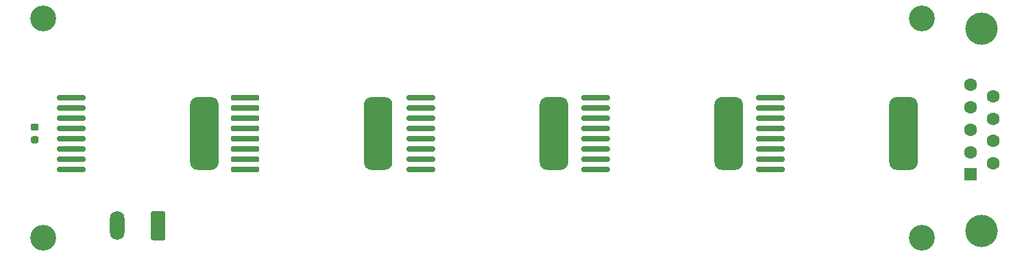
<source format=gbr>
%TF.GenerationSoftware,KiCad,Pcbnew,(5.1.12)-1*%
%TF.CreationDate,2021-12-02T22:11:06-06:00*%
%TF.ProjectId,CANA_BOARD,43414e41-5f42-44f4-9152-442e6b696361,rev?*%
%TF.SameCoordinates,Original*%
%TF.FileFunction,Soldermask,Top*%
%TF.FilePolarity,Negative*%
%FSLAX46Y46*%
G04 Gerber Fmt 4.6, Leading zero omitted, Abs format (unit mm)*
G04 Created by KiCad (PCBNEW (5.1.12)-1) date 2021-12-02 22:11:06*
%MOMM*%
%LPD*%
G01*
G04 APERTURE LIST*
%ADD10C,3.200000*%
%ADD11O,1.800000X3.600000*%
%ADD12C,4.000000*%
%ADD13C,1.600000*%
%ADD14R,1.600000X1.600000*%
G04 APERTURE END LIST*
D10*
%TO.C,H4*%
X217551000Y-98044000D03*
%TD*%
%TO.C,H3*%
X217551000Y-70866000D03*
%TD*%
%TO.C,H2*%
X108966000Y-98044000D03*
%TD*%
%TO.C,H1*%
X108966000Y-70866000D03*
%TD*%
D11*
%TO.C,J1*%
X118110000Y-96520000D03*
G36*
G01*
X124090000Y-94970000D02*
X124090000Y-98070000D01*
G75*
G02*
X123840000Y-98320000I-250000J0D01*
G01*
X122540000Y-98320000D01*
G75*
G02*
X122290000Y-98070000I0J250000D01*
G01*
X122290000Y-94970000D01*
G75*
G02*
X122540000Y-94720000I250000J0D01*
G01*
X123840000Y-94720000D01*
G75*
G02*
X124090000Y-94970000I0J-250000D01*
G01*
G37*
%TD*%
%TO.C,J2*%
G36*
G01*
X128030000Y-80590000D02*
X129780000Y-80590000D01*
G75*
G02*
X130655000Y-81465000I0J-875000D01*
G01*
X130655000Y-88715000D01*
G75*
G02*
X129780000Y-89590000I-875000J0D01*
G01*
X128030000Y-89590000D01*
G75*
G02*
X127155000Y-88715000I0J875000D01*
G01*
X127155000Y-81465000D01*
G75*
G02*
X128030000Y-80590000I875000J0D01*
G01*
G37*
G36*
G01*
X110885000Y-84105000D02*
X114035000Y-84105000D01*
G75*
G02*
X114210000Y-84280000I0J-175000D01*
G01*
X114210000Y-84630000D01*
G75*
G02*
X114035000Y-84805000I-175000J0D01*
G01*
X110885000Y-84805000D01*
G75*
G02*
X110710000Y-84630000I0J175000D01*
G01*
X110710000Y-84280000D01*
G75*
G02*
X110885000Y-84105000I175000J0D01*
G01*
G37*
G36*
G01*
X110885000Y-81565000D02*
X114035000Y-81565000D01*
G75*
G02*
X114210000Y-81740000I0J-175000D01*
G01*
X114210000Y-82090000D01*
G75*
G02*
X114035000Y-82265000I-175000J0D01*
G01*
X110885000Y-82265000D01*
G75*
G02*
X110710000Y-82090000I0J175000D01*
G01*
X110710000Y-81740000D01*
G75*
G02*
X110885000Y-81565000I175000J0D01*
G01*
G37*
G36*
G01*
X110885000Y-80295000D02*
X114035000Y-80295000D01*
G75*
G02*
X114210000Y-80470000I0J-175000D01*
G01*
X114210000Y-80820000D01*
G75*
G02*
X114035000Y-80995000I-175000J0D01*
G01*
X110885000Y-80995000D01*
G75*
G02*
X110710000Y-80820000I0J175000D01*
G01*
X110710000Y-80470000D01*
G75*
G02*
X110885000Y-80295000I175000J0D01*
G01*
G37*
G36*
G01*
X110885000Y-82835000D02*
X114035000Y-82835000D01*
G75*
G02*
X114210000Y-83010000I0J-175000D01*
G01*
X114210000Y-83360000D01*
G75*
G02*
X114035000Y-83535000I-175000J0D01*
G01*
X110885000Y-83535000D01*
G75*
G02*
X110710000Y-83360000I0J175000D01*
G01*
X110710000Y-83010000D01*
G75*
G02*
X110885000Y-82835000I175000J0D01*
G01*
G37*
G36*
G01*
X110885000Y-85375000D02*
X114035000Y-85375000D01*
G75*
G02*
X114210000Y-85550000I0J-175000D01*
G01*
X114210000Y-85900000D01*
G75*
G02*
X114035000Y-86075000I-175000J0D01*
G01*
X110885000Y-86075000D01*
G75*
G02*
X110710000Y-85900000I0J175000D01*
G01*
X110710000Y-85550000D01*
G75*
G02*
X110885000Y-85375000I175000J0D01*
G01*
G37*
G36*
G01*
X110885000Y-86645000D02*
X114035000Y-86645000D01*
G75*
G02*
X114210000Y-86820000I0J-175000D01*
G01*
X114210000Y-87170000D01*
G75*
G02*
X114035000Y-87345000I-175000J0D01*
G01*
X110885000Y-87345000D01*
G75*
G02*
X110710000Y-87170000I0J175000D01*
G01*
X110710000Y-86820000D01*
G75*
G02*
X110885000Y-86645000I175000J0D01*
G01*
G37*
G36*
G01*
X110885000Y-87915000D02*
X114035000Y-87915000D01*
G75*
G02*
X114210000Y-88090000I0J-175000D01*
G01*
X114210000Y-88440000D01*
G75*
G02*
X114035000Y-88615000I-175000J0D01*
G01*
X110885000Y-88615000D01*
G75*
G02*
X110710000Y-88440000I0J175000D01*
G01*
X110710000Y-88090000D01*
G75*
G02*
X110885000Y-87915000I175000J0D01*
G01*
G37*
G36*
G01*
X110885000Y-89185000D02*
X114035000Y-89185000D01*
G75*
G02*
X114210000Y-89360000I0J-175000D01*
G01*
X114210000Y-89710000D01*
G75*
G02*
X114035000Y-89885000I-175000J0D01*
G01*
X110885000Y-89885000D01*
G75*
G02*
X110710000Y-89710000I0J175000D01*
G01*
X110710000Y-89360000D01*
G75*
G02*
X110885000Y-89185000I175000J0D01*
G01*
G37*
%TD*%
D12*
%TO.C,J6*%
X224940000Y-72130000D03*
X224940000Y-97130000D03*
D13*
X226360000Y-80475000D03*
X226360000Y-83245000D03*
X226360000Y-86015000D03*
X226360000Y-88785000D03*
X223520000Y-79090000D03*
X223520000Y-81860000D03*
X223520000Y-84630000D03*
X223520000Y-87400000D03*
D14*
X223520000Y-90170000D03*
%TD*%
%TO.C,R1*%
G36*
G01*
X108206250Y-84740000D02*
X107693750Y-84740000D01*
G75*
G02*
X107475000Y-84521250I0J218750D01*
G01*
X107475000Y-84083750D01*
G75*
G02*
X107693750Y-83865000I218750J0D01*
G01*
X108206250Y-83865000D01*
G75*
G02*
X108425000Y-84083750I0J-218750D01*
G01*
X108425000Y-84521250D01*
G75*
G02*
X108206250Y-84740000I-218750J0D01*
G01*
G37*
G36*
G01*
X108206250Y-86315000D02*
X107693750Y-86315000D01*
G75*
G02*
X107475000Y-86096250I0J218750D01*
G01*
X107475000Y-85658750D01*
G75*
G02*
X107693750Y-85440000I218750J0D01*
G01*
X108206250Y-85440000D01*
G75*
G02*
X108425000Y-85658750I0J-218750D01*
G01*
X108425000Y-86096250D01*
G75*
G02*
X108206250Y-86315000I-218750J0D01*
G01*
G37*
%TD*%
%TO.C,J18*%
G36*
G01*
X192800000Y-80590000D02*
X194550000Y-80590000D01*
G75*
G02*
X195425000Y-81465000I0J-875000D01*
G01*
X195425000Y-88715000D01*
G75*
G02*
X194550000Y-89590000I-875000J0D01*
G01*
X192800000Y-89590000D01*
G75*
G02*
X191925000Y-88715000I0J875000D01*
G01*
X191925000Y-81465000D01*
G75*
G02*
X192800000Y-80590000I875000J0D01*
G01*
G37*
G36*
G01*
X175655000Y-84105000D02*
X178805000Y-84105000D01*
G75*
G02*
X178980000Y-84280000I0J-175000D01*
G01*
X178980000Y-84630000D01*
G75*
G02*
X178805000Y-84805000I-175000J0D01*
G01*
X175655000Y-84805000D01*
G75*
G02*
X175480000Y-84630000I0J175000D01*
G01*
X175480000Y-84280000D01*
G75*
G02*
X175655000Y-84105000I175000J0D01*
G01*
G37*
G36*
G01*
X175655000Y-81565000D02*
X178805000Y-81565000D01*
G75*
G02*
X178980000Y-81740000I0J-175000D01*
G01*
X178980000Y-82090000D01*
G75*
G02*
X178805000Y-82265000I-175000J0D01*
G01*
X175655000Y-82265000D01*
G75*
G02*
X175480000Y-82090000I0J175000D01*
G01*
X175480000Y-81740000D01*
G75*
G02*
X175655000Y-81565000I175000J0D01*
G01*
G37*
G36*
G01*
X175655000Y-80295000D02*
X178805000Y-80295000D01*
G75*
G02*
X178980000Y-80470000I0J-175000D01*
G01*
X178980000Y-80820000D01*
G75*
G02*
X178805000Y-80995000I-175000J0D01*
G01*
X175655000Y-80995000D01*
G75*
G02*
X175480000Y-80820000I0J175000D01*
G01*
X175480000Y-80470000D01*
G75*
G02*
X175655000Y-80295000I175000J0D01*
G01*
G37*
G36*
G01*
X175655000Y-82835000D02*
X178805000Y-82835000D01*
G75*
G02*
X178980000Y-83010000I0J-175000D01*
G01*
X178980000Y-83360000D01*
G75*
G02*
X178805000Y-83535000I-175000J0D01*
G01*
X175655000Y-83535000D01*
G75*
G02*
X175480000Y-83360000I0J175000D01*
G01*
X175480000Y-83010000D01*
G75*
G02*
X175655000Y-82835000I175000J0D01*
G01*
G37*
G36*
G01*
X175655000Y-85375000D02*
X178805000Y-85375000D01*
G75*
G02*
X178980000Y-85550000I0J-175000D01*
G01*
X178980000Y-85900000D01*
G75*
G02*
X178805000Y-86075000I-175000J0D01*
G01*
X175655000Y-86075000D01*
G75*
G02*
X175480000Y-85900000I0J175000D01*
G01*
X175480000Y-85550000D01*
G75*
G02*
X175655000Y-85375000I175000J0D01*
G01*
G37*
G36*
G01*
X175655000Y-86645000D02*
X178805000Y-86645000D01*
G75*
G02*
X178980000Y-86820000I0J-175000D01*
G01*
X178980000Y-87170000D01*
G75*
G02*
X178805000Y-87345000I-175000J0D01*
G01*
X175655000Y-87345000D01*
G75*
G02*
X175480000Y-87170000I0J175000D01*
G01*
X175480000Y-86820000D01*
G75*
G02*
X175655000Y-86645000I175000J0D01*
G01*
G37*
G36*
G01*
X175655000Y-87915000D02*
X178805000Y-87915000D01*
G75*
G02*
X178980000Y-88090000I0J-175000D01*
G01*
X178980000Y-88440000D01*
G75*
G02*
X178805000Y-88615000I-175000J0D01*
G01*
X175655000Y-88615000D01*
G75*
G02*
X175480000Y-88440000I0J175000D01*
G01*
X175480000Y-88090000D01*
G75*
G02*
X175655000Y-87915000I175000J0D01*
G01*
G37*
G36*
G01*
X175655000Y-89185000D02*
X178805000Y-89185000D01*
G75*
G02*
X178980000Y-89360000I0J-175000D01*
G01*
X178980000Y-89710000D01*
G75*
G02*
X178805000Y-89885000I-175000J0D01*
G01*
X175655000Y-89885000D01*
G75*
G02*
X175480000Y-89710000I0J175000D01*
G01*
X175480000Y-89360000D01*
G75*
G02*
X175655000Y-89185000I175000J0D01*
G01*
G37*
%TD*%
%TO.C,J5*%
G36*
G01*
X171210000Y-80590000D02*
X172960000Y-80590000D01*
G75*
G02*
X173835000Y-81465000I0J-875000D01*
G01*
X173835000Y-88715000D01*
G75*
G02*
X172960000Y-89590000I-875000J0D01*
G01*
X171210000Y-89590000D01*
G75*
G02*
X170335000Y-88715000I0J875000D01*
G01*
X170335000Y-81465000D01*
G75*
G02*
X171210000Y-80590000I875000J0D01*
G01*
G37*
G36*
G01*
X154065000Y-84105000D02*
X157215000Y-84105000D01*
G75*
G02*
X157390000Y-84280000I0J-175000D01*
G01*
X157390000Y-84630000D01*
G75*
G02*
X157215000Y-84805000I-175000J0D01*
G01*
X154065000Y-84805000D01*
G75*
G02*
X153890000Y-84630000I0J175000D01*
G01*
X153890000Y-84280000D01*
G75*
G02*
X154065000Y-84105000I175000J0D01*
G01*
G37*
G36*
G01*
X154065000Y-81565000D02*
X157215000Y-81565000D01*
G75*
G02*
X157390000Y-81740000I0J-175000D01*
G01*
X157390000Y-82090000D01*
G75*
G02*
X157215000Y-82265000I-175000J0D01*
G01*
X154065000Y-82265000D01*
G75*
G02*
X153890000Y-82090000I0J175000D01*
G01*
X153890000Y-81740000D01*
G75*
G02*
X154065000Y-81565000I175000J0D01*
G01*
G37*
G36*
G01*
X154065000Y-80295000D02*
X157215000Y-80295000D01*
G75*
G02*
X157390000Y-80470000I0J-175000D01*
G01*
X157390000Y-80820000D01*
G75*
G02*
X157215000Y-80995000I-175000J0D01*
G01*
X154065000Y-80995000D01*
G75*
G02*
X153890000Y-80820000I0J175000D01*
G01*
X153890000Y-80470000D01*
G75*
G02*
X154065000Y-80295000I175000J0D01*
G01*
G37*
G36*
G01*
X154065000Y-82835000D02*
X157215000Y-82835000D01*
G75*
G02*
X157390000Y-83010000I0J-175000D01*
G01*
X157390000Y-83360000D01*
G75*
G02*
X157215000Y-83535000I-175000J0D01*
G01*
X154065000Y-83535000D01*
G75*
G02*
X153890000Y-83360000I0J175000D01*
G01*
X153890000Y-83010000D01*
G75*
G02*
X154065000Y-82835000I175000J0D01*
G01*
G37*
G36*
G01*
X154065000Y-85375000D02*
X157215000Y-85375000D01*
G75*
G02*
X157390000Y-85550000I0J-175000D01*
G01*
X157390000Y-85900000D01*
G75*
G02*
X157215000Y-86075000I-175000J0D01*
G01*
X154065000Y-86075000D01*
G75*
G02*
X153890000Y-85900000I0J175000D01*
G01*
X153890000Y-85550000D01*
G75*
G02*
X154065000Y-85375000I175000J0D01*
G01*
G37*
G36*
G01*
X154065000Y-86645000D02*
X157215000Y-86645000D01*
G75*
G02*
X157390000Y-86820000I0J-175000D01*
G01*
X157390000Y-87170000D01*
G75*
G02*
X157215000Y-87345000I-175000J0D01*
G01*
X154065000Y-87345000D01*
G75*
G02*
X153890000Y-87170000I0J175000D01*
G01*
X153890000Y-86820000D01*
G75*
G02*
X154065000Y-86645000I175000J0D01*
G01*
G37*
G36*
G01*
X154065000Y-87915000D02*
X157215000Y-87915000D01*
G75*
G02*
X157390000Y-88090000I0J-175000D01*
G01*
X157390000Y-88440000D01*
G75*
G02*
X157215000Y-88615000I-175000J0D01*
G01*
X154065000Y-88615000D01*
G75*
G02*
X153890000Y-88440000I0J175000D01*
G01*
X153890000Y-88090000D01*
G75*
G02*
X154065000Y-87915000I175000J0D01*
G01*
G37*
G36*
G01*
X154065000Y-89185000D02*
X157215000Y-89185000D01*
G75*
G02*
X157390000Y-89360000I0J-175000D01*
G01*
X157390000Y-89710000D01*
G75*
G02*
X157215000Y-89885000I-175000J0D01*
G01*
X154065000Y-89885000D01*
G75*
G02*
X153890000Y-89710000I0J175000D01*
G01*
X153890000Y-89360000D01*
G75*
G02*
X154065000Y-89185000I175000J0D01*
G01*
G37*
%TD*%
%TO.C,J4*%
G36*
G01*
X149500000Y-80590000D02*
X151250000Y-80590000D01*
G75*
G02*
X152125000Y-81465000I0J-875000D01*
G01*
X152125000Y-88715000D01*
G75*
G02*
X151250000Y-89590000I-875000J0D01*
G01*
X149500000Y-89590000D01*
G75*
G02*
X148625000Y-88715000I0J875000D01*
G01*
X148625000Y-81465000D01*
G75*
G02*
X149500000Y-80590000I875000J0D01*
G01*
G37*
G36*
G01*
X132355000Y-84105000D02*
X135505000Y-84105000D01*
G75*
G02*
X135680000Y-84280000I0J-175000D01*
G01*
X135680000Y-84630000D01*
G75*
G02*
X135505000Y-84805000I-175000J0D01*
G01*
X132355000Y-84805000D01*
G75*
G02*
X132180000Y-84630000I0J175000D01*
G01*
X132180000Y-84280000D01*
G75*
G02*
X132355000Y-84105000I175000J0D01*
G01*
G37*
G36*
G01*
X132355000Y-81565000D02*
X135505000Y-81565000D01*
G75*
G02*
X135680000Y-81740000I0J-175000D01*
G01*
X135680000Y-82090000D01*
G75*
G02*
X135505000Y-82265000I-175000J0D01*
G01*
X132355000Y-82265000D01*
G75*
G02*
X132180000Y-82090000I0J175000D01*
G01*
X132180000Y-81740000D01*
G75*
G02*
X132355000Y-81565000I175000J0D01*
G01*
G37*
G36*
G01*
X132355000Y-80295000D02*
X135505000Y-80295000D01*
G75*
G02*
X135680000Y-80470000I0J-175000D01*
G01*
X135680000Y-80820000D01*
G75*
G02*
X135505000Y-80995000I-175000J0D01*
G01*
X132355000Y-80995000D01*
G75*
G02*
X132180000Y-80820000I0J175000D01*
G01*
X132180000Y-80470000D01*
G75*
G02*
X132355000Y-80295000I175000J0D01*
G01*
G37*
G36*
G01*
X132355000Y-82835000D02*
X135505000Y-82835000D01*
G75*
G02*
X135680000Y-83010000I0J-175000D01*
G01*
X135680000Y-83360000D01*
G75*
G02*
X135505000Y-83535000I-175000J0D01*
G01*
X132355000Y-83535000D01*
G75*
G02*
X132180000Y-83360000I0J175000D01*
G01*
X132180000Y-83010000D01*
G75*
G02*
X132355000Y-82835000I175000J0D01*
G01*
G37*
G36*
G01*
X132355000Y-85375000D02*
X135505000Y-85375000D01*
G75*
G02*
X135680000Y-85550000I0J-175000D01*
G01*
X135680000Y-85900000D01*
G75*
G02*
X135505000Y-86075000I-175000J0D01*
G01*
X132355000Y-86075000D01*
G75*
G02*
X132180000Y-85900000I0J175000D01*
G01*
X132180000Y-85550000D01*
G75*
G02*
X132355000Y-85375000I175000J0D01*
G01*
G37*
G36*
G01*
X132355000Y-86645000D02*
X135505000Y-86645000D01*
G75*
G02*
X135680000Y-86820000I0J-175000D01*
G01*
X135680000Y-87170000D01*
G75*
G02*
X135505000Y-87345000I-175000J0D01*
G01*
X132355000Y-87345000D01*
G75*
G02*
X132180000Y-87170000I0J175000D01*
G01*
X132180000Y-86820000D01*
G75*
G02*
X132355000Y-86645000I175000J0D01*
G01*
G37*
G36*
G01*
X132355000Y-87915000D02*
X135505000Y-87915000D01*
G75*
G02*
X135680000Y-88090000I0J-175000D01*
G01*
X135680000Y-88440000D01*
G75*
G02*
X135505000Y-88615000I-175000J0D01*
G01*
X132355000Y-88615000D01*
G75*
G02*
X132180000Y-88440000I0J175000D01*
G01*
X132180000Y-88090000D01*
G75*
G02*
X132355000Y-87915000I175000J0D01*
G01*
G37*
G36*
G01*
X132355000Y-89185000D02*
X135505000Y-89185000D01*
G75*
G02*
X135680000Y-89360000I0J-175000D01*
G01*
X135680000Y-89710000D01*
G75*
G02*
X135505000Y-89885000I-175000J0D01*
G01*
X132355000Y-89885000D01*
G75*
G02*
X132180000Y-89710000I0J175000D01*
G01*
X132180000Y-89360000D01*
G75*
G02*
X132355000Y-89185000I175000J0D01*
G01*
G37*
%TD*%
%TO.C,J3*%
G36*
G01*
X214390000Y-80590000D02*
X216140000Y-80590000D01*
G75*
G02*
X217015000Y-81465000I0J-875000D01*
G01*
X217015000Y-88715000D01*
G75*
G02*
X216140000Y-89590000I-875000J0D01*
G01*
X214390000Y-89590000D01*
G75*
G02*
X213515000Y-88715000I0J875000D01*
G01*
X213515000Y-81465000D01*
G75*
G02*
X214390000Y-80590000I875000J0D01*
G01*
G37*
G36*
G01*
X197245000Y-84105000D02*
X200395000Y-84105000D01*
G75*
G02*
X200570000Y-84280000I0J-175000D01*
G01*
X200570000Y-84630000D01*
G75*
G02*
X200395000Y-84805000I-175000J0D01*
G01*
X197245000Y-84805000D01*
G75*
G02*
X197070000Y-84630000I0J175000D01*
G01*
X197070000Y-84280000D01*
G75*
G02*
X197245000Y-84105000I175000J0D01*
G01*
G37*
G36*
G01*
X197245000Y-81565000D02*
X200395000Y-81565000D01*
G75*
G02*
X200570000Y-81740000I0J-175000D01*
G01*
X200570000Y-82090000D01*
G75*
G02*
X200395000Y-82265000I-175000J0D01*
G01*
X197245000Y-82265000D01*
G75*
G02*
X197070000Y-82090000I0J175000D01*
G01*
X197070000Y-81740000D01*
G75*
G02*
X197245000Y-81565000I175000J0D01*
G01*
G37*
G36*
G01*
X197245000Y-80295000D02*
X200395000Y-80295000D01*
G75*
G02*
X200570000Y-80470000I0J-175000D01*
G01*
X200570000Y-80820000D01*
G75*
G02*
X200395000Y-80995000I-175000J0D01*
G01*
X197245000Y-80995000D01*
G75*
G02*
X197070000Y-80820000I0J175000D01*
G01*
X197070000Y-80470000D01*
G75*
G02*
X197245000Y-80295000I175000J0D01*
G01*
G37*
G36*
G01*
X197245000Y-82835000D02*
X200395000Y-82835000D01*
G75*
G02*
X200570000Y-83010000I0J-175000D01*
G01*
X200570000Y-83360000D01*
G75*
G02*
X200395000Y-83535000I-175000J0D01*
G01*
X197245000Y-83535000D01*
G75*
G02*
X197070000Y-83360000I0J175000D01*
G01*
X197070000Y-83010000D01*
G75*
G02*
X197245000Y-82835000I175000J0D01*
G01*
G37*
G36*
G01*
X197245000Y-85375000D02*
X200395000Y-85375000D01*
G75*
G02*
X200570000Y-85550000I0J-175000D01*
G01*
X200570000Y-85900000D01*
G75*
G02*
X200395000Y-86075000I-175000J0D01*
G01*
X197245000Y-86075000D01*
G75*
G02*
X197070000Y-85900000I0J175000D01*
G01*
X197070000Y-85550000D01*
G75*
G02*
X197245000Y-85375000I175000J0D01*
G01*
G37*
G36*
G01*
X197245000Y-86645000D02*
X200395000Y-86645000D01*
G75*
G02*
X200570000Y-86820000I0J-175000D01*
G01*
X200570000Y-87170000D01*
G75*
G02*
X200395000Y-87345000I-175000J0D01*
G01*
X197245000Y-87345000D01*
G75*
G02*
X197070000Y-87170000I0J175000D01*
G01*
X197070000Y-86820000D01*
G75*
G02*
X197245000Y-86645000I175000J0D01*
G01*
G37*
G36*
G01*
X197245000Y-87915000D02*
X200395000Y-87915000D01*
G75*
G02*
X200570000Y-88090000I0J-175000D01*
G01*
X200570000Y-88440000D01*
G75*
G02*
X200395000Y-88615000I-175000J0D01*
G01*
X197245000Y-88615000D01*
G75*
G02*
X197070000Y-88440000I0J175000D01*
G01*
X197070000Y-88090000D01*
G75*
G02*
X197245000Y-87915000I175000J0D01*
G01*
G37*
G36*
G01*
X197245000Y-89185000D02*
X200395000Y-89185000D01*
G75*
G02*
X200570000Y-89360000I0J-175000D01*
G01*
X200570000Y-89710000D01*
G75*
G02*
X200395000Y-89885000I-175000J0D01*
G01*
X197245000Y-89885000D01*
G75*
G02*
X197070000Y-89710000I0J175000D01*
G01*
X197070000Y-89360000D01*
G75*
G02*
X197245000Y-89185000I175000J0D01*
G01*
G37*
%TD*%
M02*

</source>
